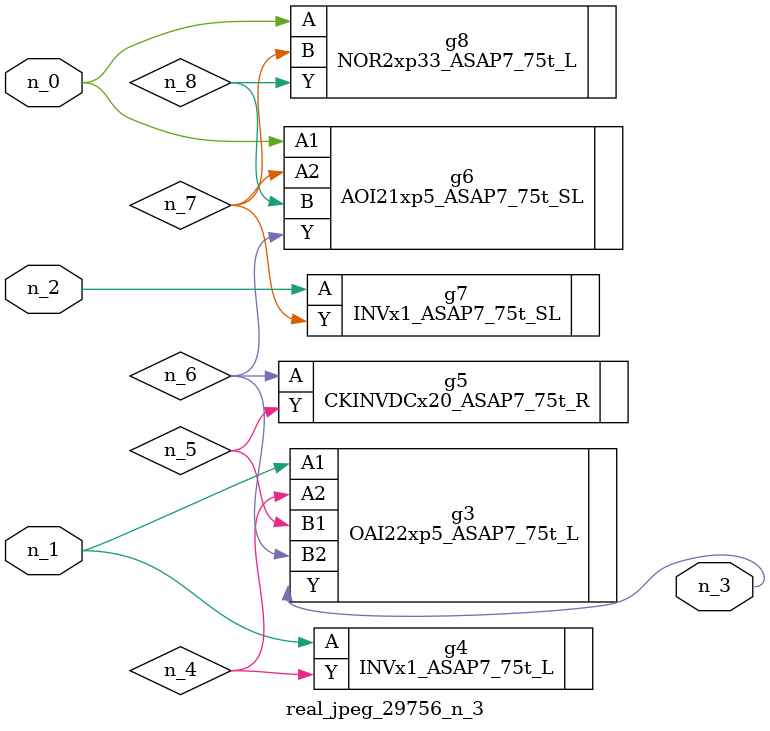
<source format=v>
module real_jpeg_29756_n_3 (n_1, n_0, n_2, n_3);

input n_1;
input n_0;
input n_2;

output n_3;

wire n_5;
wire n_4;
wire n_8;
wire n_6;
wire n_7;

AOI21xp5_ASAP7_75t_SL g6 ( 
.A1(n_0),
.A2(n_7),
.B(n_8),
.Y(n_6)
);

NOR2xp33_ASAP7_75t_L g8 ( 
.A(n_0),
.B(n_7),
.Y(n_8)
);

OAI22xp5_ASAP7_75t_L g3 ( 
.A1(n_1),
.A2(n_4),
.B1(n_5),
.B2(n_6),
.Y(n_3)
);

INVx1_ASAP7_75t_L g4 ( 
.A(n_1),
.Y(n_4)
);

INVx1_ASAP7_75t_SL g7 ( 
.A(n_2),
.Y(n_7)
);

CKINVDCx20_ASAP7_75t_R g5 ( 
.A(n_6),
.Y(n_5)
);


endmodule
</source>
